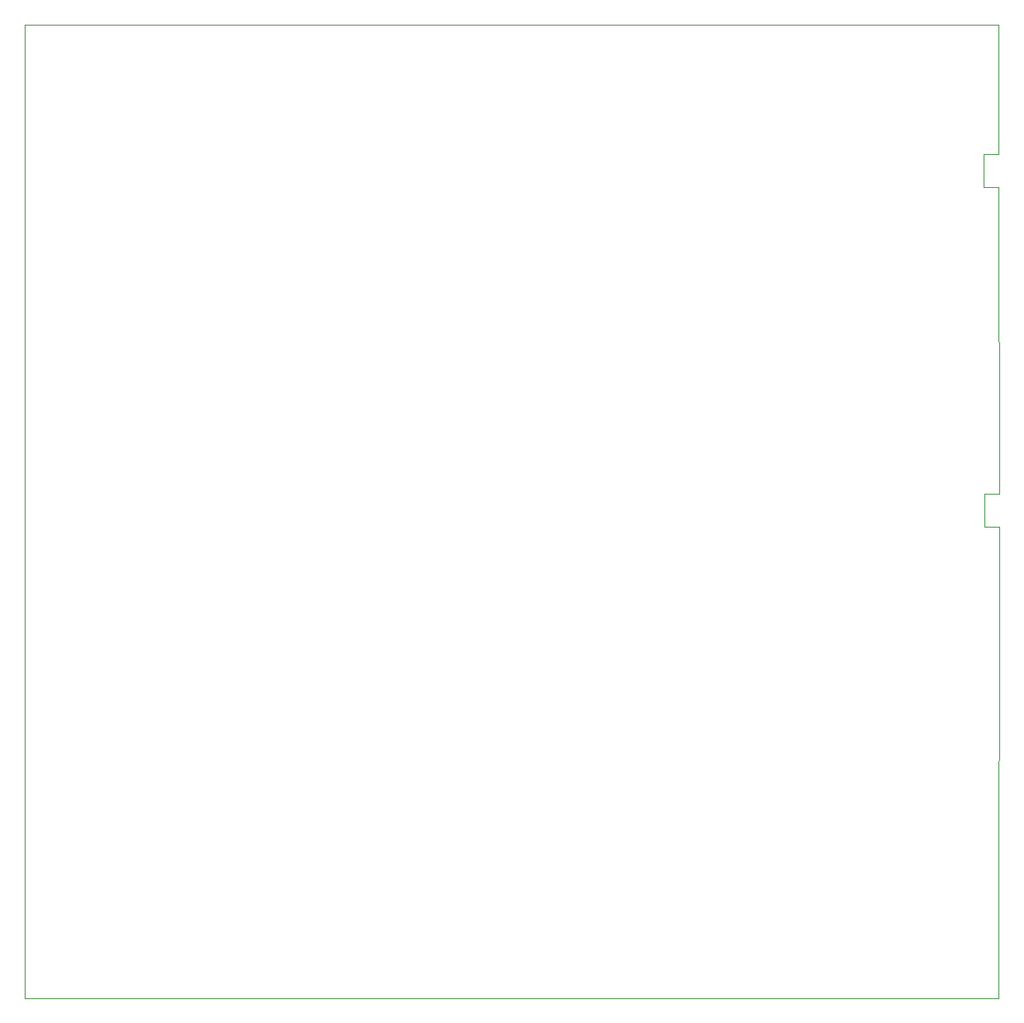
<source format=gbr>
%TF.GenerationSoftware,KiCad,Pcbnew,5.1.6*%
%TF.CreationDate,2020-08-25T15:19:02-07:00*%
%TF.ProjectId,uSDX,75534458-2e6b-4696-9361-645f70636258,2.0.3*%
%TF.SameCoordinates,Original*%
%TF.FileFunction,Profile,NP*%
%FSLAX46Y46*%
G04 Gerber Fmt 4.6, Leading zero omitted, Abs format (unit mm)*
G04 Created by KiCad (PCBNEW 5.1.6) date 2020-08-25 15:19:02*
%MOMM*%
%LPD*%
G01*
G04 APERTURE LIST*
%TA.AperFunction,Profile*%
%ADD10C,0.050000*%
%TD*%
%TA.AperFunction,Profile*%
%ADD11C,0.120000*%
%TD*%
G04 APERTURE END LIST*
D10*
X145050000Y-123550000D02*
X145000000Y-172000000D01*
X145000000Y-88700000D02*
X145050000Y-120150000D01*
X145000000Y-72000000D02*
X145000000Y-85300000D01*
X45000000Y-72000000D02*
X145000000Y-72000000D01*
X145000000Y-172000000D02*
X45000000Y-172000000D01*
X45000000Y-172000000D02*
X45000000Y-72000000D01*
D11*
%TO.C,J203*%
X143550000Y-123550000D02*
X145050000Y-123550000D01*
X143550000Y-120150000D02*
X143550000Y-123550000D01*
X145050000Y-120150000D02*
X143550000Y-120150000D01*
%TO.C,J202*%
X143500000Y-88700000D02*
X145000000Y-88700000D01*
X143500000Y-85300000D02*
X143500000Y-88700000D01*
X145000000Y-85300000D02*
X143500000Y-85300000D01*
%TD*%
M02*

</source>
